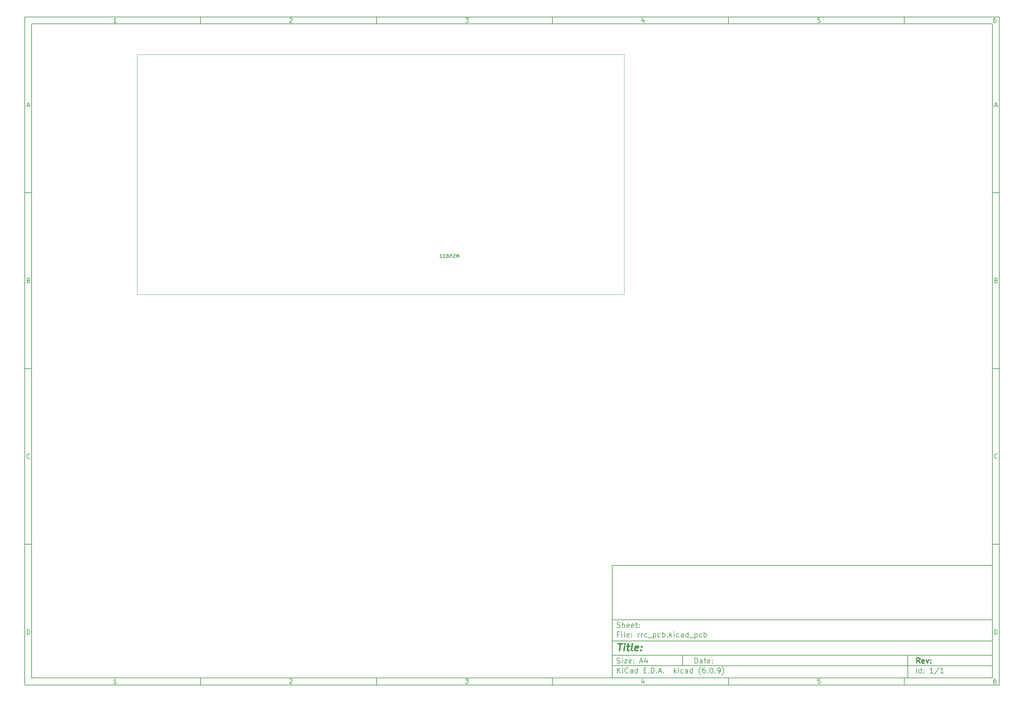
<source format=gbr>
%TF.GenerationSoftware,KiCad,Pcbnew,(6.0.9)*%
%TF.CreationDate,2023-03-05T13:30:58-05:00*%
%TF.ProjectId,rrc_pcb,7272635f-7063-4622-9e6b-696361645f70,rev?*%
%TF.SameCoordinates,Original*%
%TF.FileFunction,AssemblyDrawing,Bot*%
%FSLAX46Y46*%
G04 Gerber Fmt 4.6, Leading zero omitted, Abs format (unit mm)*
G04 Created by KiCad (PCBNEW (6.0.9)) date 2023-03-05 13:30:58*
%MOMM*%
%LPD*%
G01*
G04 APERTURE LIST*
%ADD10C,0.100000*%
%ADD11C,0.150000*%
%ADD12C,0.300000*%
%ADD13C,0.400000*%
%TA.AperFunction,Profile*%
%ADD14C,0.050000*%
%TD*%
G04 APERTURE END LIST*
D10*
D11*
X177002200Y-166007200D02*
X177002200Y-198007200D01*
X285002200Y-198007200D01*
X285002200Y-166007200D01*
X177002200Y-166007200D01*
D10*
D11*
X10000000Y-10000000D02*
X10000000Y-200007200D01*
X287002200Y-200007200D01*
X287002200Y-10000000D01*
X10000000Y-10000000D01*
D10*
D11*
X12000000Y-12000000D02*
X12000000Y-198007200D01*
X285002200Y-198007200D01*
X285002200Y-12000000D01*
X12000000Y-12000000D01*
D10*
D11*
X60000000Y-12000000D02*
X60000000Y-10000000D01*
D10*
D11*
X110000000Y-12000000D02*
X110000000Y-10000000D01*
D10*
D11*
X160000000Y-12000000D02*
X160000000Y-10000000D01*
D10*
D11*
X210000000Y-12000000D02*
X210000000Y-10000000D01*
D10*
D11*
X260000000Y-12000000D02*
X260000000Y-10000000D01*
D10*
D11*
X36065476Y-11588095D02*
X35322619Y-11588095D01*
X35694047Y-11588095D02*
X35694047Y-10288095D01*
X35570238Y-10473809D01*
X35446428Y-10597619D01*
X35322619Y-10659523D01*
D10*
D11*
X85322619Y-10411904D02*
X85384523Y-10350000D01*
X85508333Y-10288095D01*
X85817857Y-10288095D01*
X85941666Y-10350000D01*
X86003571Y-10411904D01*
X86065476Y-10535714D01*
X86065476Y-10659523D01*
X86003571Y-10845238D01*
X85260714Y-11588095D01*
X86065476Y-11588095D01*
D10*
D11*
X135260714Y-10288095D02*
X136065476Y-10288095D01*
X135632142Y-10783333D01*
X135817857Y-10783333D01*
X135941666Y-10845238D01*
X136003571Y-10907142D01*
X136065476Y-11030952D01*
X136065476Y-11340476D01*
X136003571Y-11464285D01*
X135941666Y-11526190D01*
X135817857Y-11588095D01*
X135446428Y-11588095D01*
X135322619Y-11526190D01*
X135260714Y-11464285D01*
D10*
D11*
X185941666Y-10721428D02*
X185941666Y-11588095D01*
X185632142Y-10226190D02*
X185322619Y-11154761D01*
X186127380Y-11154761D01*
D10*
D11*
X236003571Y-10288095D02*
X235384523Y-10288095D01*
X235322619Y-10907142D01*
X235384523Y-10845238D01*
X235508333Y-10783333D01*
X235817857Y-10783333D01*
X235941666Y-10845238D01*
X236003571Y-10907142D01*
X236065476Y-11030952D01*
X236065476Y-11340476D01*
X236003571Y-11464285D01*
X235941666Y-11526190D01*
X235817857Y-11588095D01*
X235508333Y-11588095D01*
X235384523Y-11526190D01*
X235322619Y-11464285D01*
D10*
D11*
X285941666Y-10288095D02*
X285694047Y-10288095D01*
X285570238Y-10350000D01*
X285508333Y-10411904D01*
X285384523Y-10597619D01*
X285322619Y-10845238D01*
X285322619Y-11340476D01*
X285384523Y-11464285D01*
X285446428Y-11526190D01*
X285570238Y-11588095D01*
X285817857Y-11588095D01*
X285941666Y-11526190D01*
X286003571Y-11464285D01*
X286065476Y-11340476D01*
X286065476Y-11030952D01*
X286003571Y-10907142D01*
X285941666Y-10845238D01*
X285817857Y-10783333D01*
X285570238Y-10783333D01*
X285446428Y-10845238D01*
X285384523Y-10907142D01*
X285322619Y-11030952D01*
D10*
D11*
X60000000Y-198007200D02*
X60000000Y-200007200D01*
D10*
D11*
X110000000Y-198007200D02*
X110000000Y-200007200D01*
D10*
D11*
X160000000Y-198007200D02*
X160000000Y-200007200D01*
D10*
D11*
X210000000Y-198007200D02*
X210000000Y-200007200D01*
D10*
D11*
X260000000Y-198007200D02*
X260000000Y-200007200D01*
D10*
D11*
X36065476Y-199595295D02*
X35322619Y-199595295D01*
X35694047Y-199595295D02*
X35694047Y-198295295D01*
X35570238Y-198481009D01*
X35446428Y-198604819D01*
X35322619Y-198666723D01*
D10*
D11*
X85322619Y-198419104D02*
X85384523Y-198357200D01*
X85508333Y-198295295D01*
X85817857Y-198295295D01*
X85941666Y-198357200D01*
X86003571Y-198419104D01*
X86065476Y-198542914D01*
X86065476Y-198666723D01*
X86003571Y-198852438D01*
X85260714Y-199595295D01*
X86065476Y-199595295D01*
D10*
D11*
X135260714Y-198295295D02*
X136065476Y-198295295D01*
X135632142Y-198790533D01*
X135817857Y-198790533D01*
X135941666Y-198852438D01*
X136003571Y-198914342D01*
X136065476Y-199038152D01*
X136065476Y-199347676D01*
X136003571Y-199471485D01*
X135941666Y-199533390D01*
X135817857Y-199595295D01*
X135446428Y-199595295D01*
X135322619Y-199533390D01*
X135260714Y-199471485D01*
D10*
D11*
X185941666Y-198728628D02*
X185941666Y-199595295D01*
X185632142Y-198233390D02*
X185322619Y-199161961D01*
X186127380Y-199161961D01*
D10*
D11*
X236003571Y-198295295D02*
X235384523Y-198295295D01*
X235322619Y-198914342D01*
X235384523Y-198852438D01*
X235508333Y-198790533D01*
X235817857Y-198790533D01*
X235941666Y-198852438D01*
X236003571Y-198914342D01*
X236065476Y-199038152D01*
X236065476Y-199347676D01*
X236003571Y-199471485D01*
X235941666Y-199533390D01*
X235817857Y-199595295D01*
X235508333Y-199595295D01*
X235384523Y-199533390D01*
X235322619Y-199471485D01*
D10*
D11*
X285941666Y-198295295D02*
X285694047Y-198295295D01*
X285570238Y-198357200D01*
X285508333Y-198419104D01*
X285384523Y-198604819D01*
X285322619Y-198852438D01*
X285322619Y-199347676D01*
X285384523Y-199471485D01*
X285446428Y-199533390D01*
X285570238Y-199595295D01*
X285817857Y-199595295D01*
X285941666Y-199533390D01*
X286003571Y-199471485D01*
X286065476Y-199347676D01*
X286065476Y-199038152D01*
X286003571Y-198914342D01*
X285941666Y-198852438D01*
X285817857Y-198790533D01*
X285570238Y-198790533D01*
X285446428Y-198852438D01*
X285384523Y-198914342D01*
X285322619Y-199038152D01*
D10*
D11*
X10000000Y-60000000D02*
X12000000Y-60000000D01*
D10*
D11*
X10000000Y-110000000D02*
X12000000Y-110000000D01*
D10*
D11*
X10000000Y-160000000D02*
X12000000Y-160000000D01*
D10*
D11*
X10690476Y-35216666D02*
X11309523Y-35216666D01*
X10566666Y-35588095D02*
X11000000Y-34288095D01*
X11433333Y-35588095D01*
D10*
D11*
X11092857Y-84907142D02*
X11278571Y-84969047D01*
X11340476Y-85030952D01*
X11402380Y-85154761D01*
X11402380Y-85340476D01*
X11340476Y-85464285D01*
X11278571Y-85526190D01*
X11154761Y-85588095D01*
X10659523Y-85588095D01*
X10659523Y-84288095D01*
X11092857Y-84288095D01*
X11216666Y-84350000D01*
X11278571Y-84411904D01*
X11340476Y-84535714D01*
X11340476Y-84659523D01*
X11278571Y-84783333D01*
X11216666Y-84845238D01*
X11092857Y-84907142D01*
X10659523Y-84907142D01*
D10*
D11*
X11402380Y-135464285D02*
X11340476Y-135526190D01*
X11154761Y-135588095D01*
X11030952Y-135588095D01*
X10845238Y-135526190D01*
X10721428Y-135402380D01*
X10659523Y-135278571D01*
X10597619Y-135030952D01*
X10597619Y-134845238D01*
X10659523Y-134597619D01*
X10721428Y-134473809D01*
X10845238Y-134350000D01*
X11030952Y-134288095D01*
X11154761Y-134288095D01*
X11340476Y-134350000D01*
X11402380Y-134411904D01*
D10*
D11*
X10659523Y-185588095D02*
X10659523Y-184288095D01*
X10969047Y-184288095D01*
X11154761Y-184350000D01*
X11278571Y-184473809D01*
X11340476Y-184597619D01*
X11402380Y-184845238D01*
X11402380Y-185030952D01*
X11340476Y-185278571D01*
X11278571Y-185402380D01*
X11154761Y-185526190D01*
X10969047Y-185588095D01*
X10659523Y-185588095D01*
D10*
D11*
X287002200Y-60000000D02*
X285002200Y-60000000D01*
D10*
D11*
X287002200Y-110000000D02*
X285002200Y-110000000D01*
D10*
D11*
X287002200Y-160000000D02*
X285002200Y-160000000D01*
D10*
D11*
X285692676Y-35216666D02*
X286311723Y-35216666D01*
X285568866Y-35588095D02*
X286002200Y-34288095D01*
X286435533Y-35588095D01*
D10*
D11*
X286095057Y-84907142D02*
X286280771Y-84969047D01*
X286342676Y-85030952D01*
X286404580Y-85154761D01*
X286404580Y-85340476D01*
X286342676Y-85464285D01*
X286280771Y-85526190D01*
X286156961Y-85588095D01*
X285661723Y-85588095D01*
X285661723Y-84288095D01*
X286095057Y-84288095D01*
X286218866Y-84350000D01*
X286280771Y-84411904D01*
X286342676Y-84535714D01*
X286342676Y-84659523D01*
X286280771Y-84783333D01*
X286218866Y-84845238D01*
X286095057Y-84907142D01*
X285661723Y-84907142D01*
D10*
D11*
X286404580Y-135464285D02*
X286342676Y-135526190D01*
X286156961Y-135588095D01*
X286033152Y-135588095D01*
X285847438Y-135526190D01*
X285723628Y-135402380D01*
X285661723Y-135278571D01*
X285599819Y-135030952D01*
X285599819Y-134845238D01*
X285661723Y-134597619D01*
X285723628Y-134473809D01*
X285847438Y-134350000D01*
X286033152Y-134288095D01*
X286156961Y-134288095D01*
X286342676Y-134350000D01*
X286404580Y-134411904D01*
D10*
D11*
X285661723Y-185588095D02*
X285661723Y-184288095D01*
X285971247Y-184288095D01*
X286156961Y-184350000D01*
X286280771Y-184473809D01*
X286342676Y-184597619D01*
X286404580Y-184845238D01*
X286404580Y-185030952D01*
X286342676Y-185278571D01*
X286280771Y-185402380D01*
X286156961Y-185526190D01*
X285971247Y-185588095D01*
X285661723Y-185588095D01*
D10*
D11*
X200434342Y-193785771D02*
X200434342Y-192285771D01*
X200791485Y-192285771D01*
X201005771Y-192357200D01*
X201148628Y-192500057D01*
X201220057Y-192642914D01*
X201291485Y-192928628D01*
X201291485Y-193142914D01*
X201220057Y-193428628D01*
X201148628Y-193571485D01*
X201005771Y-193714342D01*
X200791485Y-193785771D01*
X200434342Y-193785771D01*
X202577200Y-193785771D02*
X202577200Y-193000057D01*
X202505771Y-192857200D01*
X202362914Y-192785771D01*
X202077200Y-192785771D01*
X201934342Y-192857200D01*
X202577200Y-193714342D02*
X202434342Y-193785771D01*
X202077200Y-193785771D01*
X201934342Y-193714342D01*
X201862914Y-193571485D01*
X201862914Y-193428628D01*
X201934342Y-193285771D01*
X202077200Y-193214342D01*
X202434342Y-193214342D01*
X202577200Y-193142914D01*
X203077200Y-192785771D02*
X203648628Y-192785771D01*
X203291485Y-192285771D02*
X203291485Y-193571485D01*
X203362914Y-193714342D01*
X203505771Y-193785771D01*
X203648628Y-193785771D01*
X204720057Y-193714342D02*
X204577200Y-193785771D01*
X204291485Y-193785771D01*
X204148628Y-193714342D01*
X204077200Y-193571485D01*
X204077200Y-193000057D01*
X204148628Y-192857200D01*
X204291485Y-192785771D01*
X204577200Y-192785771D01*
X204720057Y-192857200D01*
X204791485Y-193000057D01*
X204791485Y-193142914D01*
X204077200Y-193285771D01*
X205434342Y-193642914D02*
X205505771Y-193714342D01*
X205434342Y-193785771D01*
X205362914Y-193714342D01*
X205434342Y-193642914D01*
X205434342Y-193785771D01*
X205434342Y-192857200D02*
X205505771Y-192928628D01*
X205434342Y-193000057D01*
X205362914Y-192928628D01*
X205434342Y-192857200D01*
X205434342Y-193000057D01*
D10*
D11*
X177002200Y-194507200D02*
X285002200Y-194507200D01*
D10*
D11*
X178434342Y-196585771D02*
X178434342Y-195085771D01*
X179291485Y-196585771D02*
X178648628Y-195728628D01*
X179291485Y-195085771D02*
X178434342Y-195942914D01*
X179934342Y-196585771D02*
X179934342Y-195585771D01*
X179934342Y-195085771D02*
X179862914Y-195157200D01*
X179934342Y-195228628D01*
X180005771Y-195157200D01*
X179934342Y-195085771D01*
X179934342Y-195228628D01*
X181505771Y-196442914D02*
X181434342Y-196514342D01*
X181220057Y-196585771D01*
X181077200Y-196585771D01*
X180862914Y-196514342D01*
X180720057Y-196371485D01*
X180648628Y-196228628D01*
X180577200Y-195942914D01*
X180577200Y-195728628D01*
X180648628Y-195442914D01*
X180720057Y-195300057D01*
X180862914Y-195157200D01*
X181077200Y-195085771D01*
X181220057Y-195085771D01*
X181434342Y-195157200D01*
X181505771Y-195228628D01*
X182791485Y-196585771D02*
X182791485Y-195800057D01*
X182720057Y-195657200D01*
X182577200Y-195585771D01*
X182291485Y-195585771D01*
X182148628Y-195657200D01*
X182791485Y-196514342D02*
X182648628Y-196585771D01*
X182291485Y-196585771D01*
X182148628Y-196514342D01*
X182077200Y-196371485D01*
X182077200Y-196228628D01*
X182148628Y-196085771D01*
X182291485Y-196014342D01*
X182648628Y-196014342D01*
X182791485Y-195942914D01*
X184148628Y-196585771D02*
X184148628Y-195085771D01*
X184148628Y-196514342D02*
X184005771Y-196585771D01*
X183720057Y-196585771D01*
X183577200Y-196514342D01*
X183505771Y-196442914D01*
X183434342Y-196300057D01*
X183434342Y-195871485D01*
X183505771Y-195728628D01*
X183577200Y-195657200D01*
X183720057Y-195585771D01*
X184005771Y-195585771D01*
X184148628Y-195657200D01*
X186005771Y-195800057D02*
X186505771Y-195800057D01*
X186720057Y-196585771D02*
X186005771Y-196585771D01*
X186005771Y-195085771D01*
X186720057Y-195085771D01*
X187362914Y-196442914D02*
X187434342Y-196514342D01*
X187362914Y-196585771D01*
X187291485Y-196514342D01*
X187362914Y-196442914D01*
X187362914Y-196585771D01*
X188077200Y-196585771D02*
X188077200Y-195085771D01*
X188434342Y-195085771D01*
X188648628Y-195157200D01*
X188791485Y-195300057D01*
X188862914Y-195442914D01*
X188934342Y-195728628D01*
X188934342Y-195942914D01*
X188862914Y-196228628D01*
X188791485Y-196371485D01*
X188648628Y-196514342D01*
X188434342Y-196585771D01*
X188077200Y-196585771D01*
X189577200Y-196442914D02*
X189648628Y-196514342D01*
X189577200Y-196585771D01*
X189505771Y-196514342D01*
X189577200Y-196442914D01*
X189577200Y-196585771D01*
X190220057Y-196157200D02*
X190934342Y-196157200D01*
X190077200Y-196585771D02*
X190577200Y-195085771D01*
X191077200Y-196585771D01*
X191577200Y-196442914D02*
X191648628Y-196514342D01*
X191577200Y-196585771D01*
X191505771Y-196514342D01*
X191577200Y-196442914D01*
X191577200Y-196585771D01*
X194577200Y-196585771D02*
X194577200Y-195085771D01*
X194720057Y-196014342D02*
X195148628Y-196585771D01*
X195148628Y-195585771D02*
X194577200Y-196157200D01*
X195791485Y-196585771D02*
X195791485Y-195585771D01*
X195791485Y-195085771D02*
X195720057Y-195157200D01*
X195791485Y-195228628D01*
X195862914Y-195157200D01*
X195791485Y-195085771D01*
X195791485Y-195228628D01*
X197148628Y-196514342D02*
X197005771Y-196585771D01*
X196720057Y-196585771D01*
X196577200Y-196514342D01*
X196505771Y-196442914D01*
X196434342Y-196300057D01*
X196434342Y-195871485D01*
X196505771Y-195728628D01*
X196577200Y-195657200D01*
X196720057Y-195585771D01*
X197005771Y-195585771D01*
X197148628Y-195657200D01*
X198434342Y-196585771D02*
X198434342Y-195800057D01*
X198362914Y-195657200D01*
X198220057Y-195585771D01*
X197934342Y-195585771D01*
X197791485Y-195657200D01*
X198434342Y-196514342D02*
X198291485Y-196585771D01*
X197934342Y-196585771D01*
X197791485Y-196514342D01*
X197720057Y-196371485D01*
X197720057Y-196228628D01*
X197791485Y-196085771D01*
X197934342Y-196014342D01*
X198291485Y-196014342D01*
X198434342Y-195942914D01*
X199791485Y-196585771D02*
X199791485Y-195085771D01*
X199791485Y-196514342D02*
X199648628Y-196585771D01*
X199362914Y-196585771D01*
X199220057Y-196514342D01*
X199148628Y-196442914D01*
X199077200Y-196300057D01*
X199077200Y-195871485D01*
X199148628Y-195728628D01*
X199220057Y-195657200D01*
X199362914Y-195585771D01*
X199648628Y-195585771D01*
X199791485Y-195657200D01*
X202077200Y-197157200D02*
X202005771Y-197085771D01*
X201862914Y-196871485D01*
X201791485Y-196728628D01*
X201720057Y-196514342D01*
X201648628Y-196157200D01*
X201648628Y-195871485D01*
X201720057Y-195514342D01*
X201791485Y-195300057D01*
X201862914Y-195157200D01*
X202005771Y-194942914D01*
X202077200Y-194871485D01*
X203291485Y-195085771D02*
X203005771Y-195085771D01*
X202862914Y-195157200D01*
X202791485Y-195228628D01*
X202648628Y-195442914D01*
X202577200Y-195728628D01*
X202577200Y-196300057D01*
X202648628Y-196442914D01*
X202720057Y-196514342D01*
X202862914Y-196585771D01*
X203148628Y-196585771D01*
X203291485Y-196514342D01*
X203362914Y-196442914D01*
X203434342Y-196300057D01*
X203434342Y-195942914D01*
X203362914Y-195800057D01*
X203291485Y-195728628D01*
X203148628Y-195657200D01*
X202862914Y-195657200D01*
X202720057Y-195728628D01*
X202648628Y-195800057D01*
X202577200Y-195942914D01*
X204077200Y-196442914D02*
X204148628Y-196514342D01*
X204077200Y-196585771D01*
X204005771Y-196514342D01*
X204077200Y-196442914D01*
X204077200Y-196585771D01*
X205077200Y-195085771D02*
X205220057Y-195085771D01*
X205362914Y-195157200D01*
X205434342Y-195228628D01*
X205505771Y-195371485D01*
X205577200Y-195657200D01*
X205577200Y-196014342D01*
X205505771Y-196300057D01*
X205434342Y-196442914D01*
X205362914Y-196514342D01*
X205220057Y-196585771D01*
X205077200Y-196585771D01*
X204934342Y-196514342D01*
X204862914Y-196442914D01*
X204791485Y-196300057D01*
X204720057Y-196014342D01*
X204720057Y-195657200D01*
X204791485Y-195371485D01*
X204862914Y-195228628D01*
X204934342Y-195157200D01*
X205077200Y-195085771D01*
X206220057Y-196442914D02*
X206291485Y-196514342D01*
X206220057Y-196585771D01*
X206148628Y-196514342D01*
X206220057Y-196442914D01*
X206220057Y-196585771D01*
X207005771Y-196585771D02*
X207291485Y-196585771D01*
X207434342Y-196514342D01*
X207505771Y-196442914D01*
X207648628Y-196228628D01*
X207720057Y-195942914D01*
X207720057Y-195371485D01*
X207648628Y-195228628D01*
X207577200Y-195157200D01*
X207434342Y-195085771D01*
X207148628Y-195085771D01*
X207005771Y-195157200D01*
X206934342Y-195228628D01*
X206862914Y-195371485D01*
X206862914Y-195728628D01*
X206934342Y-195871485D01*
X207005771Y-195942914D01*
X207148628Y-196014342D01*
X207434342Y-196014342D01*
X207577200Y-195942914D01*
X207648628Y-195871485D01*
X207720057Y-195728628D01*
X208220057Y-197157200D02*
X208291485Y-197085771D01*
X208434342Y-196871485D01*
X208505771Y-196728628D01*
X208577200Y-196514342D01*
X208648628Y-196157200D01*
X208648628Y-195871485D01*
X208577200Y-195514342D01*
X208505771Y-195300057D01*
X208434342Y-195157200D01*
X208291485Y-194942914D01*
X208220057Y-194871485D01*
D10*
D11*
X177002200Y-191507200D02*
X285002200Y-191507200D01*
D10*
D12*
X264411485Y-193785771D02*
X263911485Y-193071485D01*
X263554342Y-193785771D02*
X263554342Y-192285771D01*
X264125771Y-192285771D01*
X264268628Y-192357200D01*
X264340057Y-192428628D01*
X264411485Y-192571485D01*
X264411485Y-192785771D01*
X264340057Y-192928628D01*
X264268628Y-193000057D01*
X264125771Y-193071485D01*
X263554342Y-193071485D01*
X265625771Y-193714342D02*
X265482914Y-193785771D01*
X265197200Y-193785771D01*
X265054342Y-193714342D01*
X264982914Y-193571485D01*
X264982914Y-193000057D01*
X265054342Y-192857200D01*
X265197200Y-192785771D01*
X265482914Y-192785771D01*
X265625771Y-192857200D01*
X265697200Y-193000057D01*
X265697200Y-193142914D01*
X264982914Y-193285771D01*
X266197200Y-192785771D02*
X266554342Y-193785771D01*
X266911485Y-192785771D01*
X267482914Y-193642914D02*
X267554342Y-193714342D01*
X267482914Y-193785771D01*
X267411485Y-193714342D01*
X267482914Y-193642914D01*
X267482914Y-193785771D01*
X267482914Y-192857200D02*
X267554342Y-192928628D01*
X267482914Y-193000057D01*
X267411485Y-192928628D01*
X267482914Y-192857200D01*
X267482914Y-193000057D01*
D10*
D11*
X178362914Y-193714342D02*
X178577200Y-193785771D01*
X178934342Y-193785771D01*
X179077200Y-193714342D01*
X179148628Y-193642914D01*
X179220057Y-193500057D01*
X179220057Y-193357200D01*
X179148628Y-193214342D01*
X179077200Y-193142914D01*
X178934342Y-193071485D01*
X178648628Y-193000057D01*
X178505771Y-192928628D01*
X178434342Y-192857200D01*
X178362914Y-192714342D01*
X178362914Y-192571485D01*
X178434342Y-192428628D01*
X178505771Y-192357200D01*
X178648628Y-192285771D01*
X179005771Y-192285771D01*
X179220057Y-192357200D01*
X179862914Y-193785771D02*
X179862914Y-192785771D01*
X179862914Y-192285771D02*
X179791485Y-192357200D01*
X179862914Y-192428628D01*
X179934342Y-192357200D01*
X179862914Y-192285771D01*
X179862914Y-192428628D01*
X180434342Y-192785771D02*
X181220057Y-192785771D01*
X180434342Y-193785771D01*
X181220057Y-193785771D01*
X182362914Y-193714342D02*
X182220057Y-193785771D01*
X181934342Y-193785771D01*
X181791485Y-193714342D01*
X181720057Y-193571485D01*
X181720057Y-193000057D01*
X181791485Y-192857200D01*
X181934342Y-192785771D01*
X182220057Y-192785771D01*
X182362914Y-192857200D01*
X182434342Y-193000057D01*
X182434342Y-193142914D01*
X181720057Y-193285771D01*
X183077200Y-193642914D02*
X183148628Y-193714342D01*
X183077200Y-193785771D01*
X183005771Y-193714342D01*
X183077200Y-193642914D01*
X183077200Y-193785771D01*
X183077200Y-192857200D02*
X183148628Y-192928628D01*
X183077200Y-193000057D01*
X183005771Y-192928628D01*
X183077200Y-192857200D01*
X183077200Y-193000057D01*
X184862914Y-193357200D02*
X185577200Y-193357200D01*
X184720057Y-193785771D02*
X185220057Y-192285771D01*
X185720057Y-193785771D01*
X186862914Y-192785771D02*
X186862914Y-193785771D01*
X186505771Y-192214342D02*
X186148628Y-193285771D01*
X187077200Y-193285771D01*
D10*
D11*
X263434342Y-196585771D02*
X263434342Y-195085771D01*
X264791485Y-196585771D02*
X264791485Y-195085771D01*
X264791485Y-196514342D02*
X264648628Y-196585771D01*
X264362914Y-196585771D01*
X264220057Y-196514342D01*
X264148628Y-196442914D01*
X264077200Y-196300057D01*
X264077200Y-195871485D01*
X264148628Y-195728628D01*
X264220057Y-195657200D01*
X264362914Y-195585771D01*
X264648628Y-195585771D01*
X264791485Y-195657200D01*
X265505771Y-196442914D02*
X265577200Y-196514342D01*
X265505771Y-196585771D01*
X265434342Y-196514342D01*
X265505771Y-196442914D01*
X265505771Y-196585771D01*
X265505771Y-195657200D02*
X265577200Y-195728628D01*
X265505771Y-195800057D01*
X265434342Y-195728628D01*
X265505771Y-195657200D01*
X265505771Y-195800057D01*
X268148628Y-196585771D02*
X267291485Y-196585771D01*
X267720057Y-196585771D02*
X267720057Y-195085771D01*
X267577200Y-195300057D01*
X267434342Y-195442914D01*
X267291485Y-195514342D01*
X269862914Y-195014342D02*
X268577200Y-196942914D01*
X271148628Y-196585771D02*
X270291485Y-196585771D01*
X270720057Y-196585771D02*
X270720057Y-195085771D01*
X270577200Y-195300057D01*
X270434342Y-195442914D01*
X270291485Y-195514342D01*
D10*
D11*
X177002200Y-187507200D02*
X285002200Y-187507200D01*
D10*
D13*
X178714580Y-188211961D02*
X179857438Y-188211961D01*
X179036009Y-190211961D02*
X179286009Y-188211961D01*
X180274104Y-190211961D02*
X180440771Y-188878628D01*
X180524104Y-188211961D02*
X180416961Y-188307200D01*
X180500295Y-188402438D01*
X180607438Y-188307200D01*
X180524104Y-188211961D01*
X180500295Y-188402438D01*
X181107438Y-188878628D02*
X181869342Y-188878628D01*
X181476485Y-188211961D02*
X181262200Y-189926247D01*
X181333628Y-190116723D01*
X181512200Y-190211961D01*
X181702676Y-190211961D01*
X182655057Y-190211961D02*
X182476485Y-190116723D01*
X182405057Y-189926247D01*
X182619342Y-188211961D01*
X184190771Y-190116723D02*
X183988390Y-190211961D01*
X183607438Y-190211961D01*
X183428866Y-190116723D01*
X183357438Y-189926247D01*
X183452676Y-189164342D01*
X183571723Y-188973866D01*
X183774104Y-188878628D01*
X184155057Y-188878628D01*
X184333628Y-188973866D01*
X184405057Y-189164342D01*
X184381247Y-189354819D01*
X183405057Y-189545295D01*
X185155057Y-190021485D02*
X185238390Y-190116723D01*
X185131247Y-190211961D01*
X185047914Y-190116723D01*
X185155057Y-190021485D01*
X185131247Y-190211961D01*
X185286009Y-188973866D02*
X185369342Y-189069104D01*
X185262200Y-189164342D01*
X185178866Y-189069104D01*
X185286009Y-188973866D01*
X185262200Y-189164342D01*
D10*
D11*
X178934342Y-185600057D02*
X178434342Y-185600057D01*
X178434342Y-186385771D02*
X178434342Y-184885771D01*
X179148628Y-184885771D01*
X179720057Y-186385771D02*
X179720057Y-185385771D01*
X179720057Y-184885771D02*
X179648628Y-184957200D01*
X179720057Y-185028628D01*
X179791485Y-184957200D01*
X179720057Y-184885771D01*
X179720057Y-185028628D01*
X180648628Y-186385771D02*
X180505771Y-186314342D01*
X180434342Y-186171485D01*
X180434342Y-184885771D01*
X181791485Y-186314342D02*
X181648628Y-186385771D01*
X181362914Y-186385771D01*
X181220057Y-186314342D01*
X181148628Y-186171485D01*
X181148628Y-185600057D01*
X181220057Y-185457200D01*
X181362914Y-185385771D01*
X181648628Y-185385771D01*
X181791485Y-185457200D01*
X181862914Y-185600057D01*
X181862914Y-185742914D01*
X181148628Y-185885771D01*
X182505771Y-186242914D02*
X182577200Y-186314342D01*
X182505771Y-186385771D01*
X182434342Y-186314342D01*
X182505771Y-186242914D01*
X182505771Y-186385771D01*
X182505771Y-185457200D02*
X182577200Y-185528628D01*
X182505771Y-185600057D01*
X182434342Y-185528628D01*
X182505771Y-185457200D01*
X182505771Y-185600057D01*
X184362914Y-186385771D02*
X184362914Y-185385771D01*
X184362914Y-185671485D02*
X184434342Y-185528628D01*
X184505771Y-185457200D01*
X184648628Y-185385771D01*
X184791485Y-185385771D01*
X185291485Y-186385771D02*
X185291485Y-185385771D01*
X185291485Y-185671485D02*
X185362914Y-185528628D01*
X185434342Y-185457200D01*
X185577200Y-185385771D01*
X185720057Y-185385771D01*
X186862914Y-186314342D02*
X186720057Y-186385771D01*
X186434342Y-186385771D01*
X186291485Y-186314342D01*
X186220057Y-186242914D01*
X186148628Y-186100057D01*
X186148628Y-185671485D01*
X186220057Y-185528628D01*
X186291485Y-185457200D01*
X186434342Y-185385771D01*
X186720057Y-185385771D01*
X186862914Y-185457200D01*
X187148628Y-186528628D02*
X188291485Y-186528628D01*
X188648628Y-185385771D02*
X188648628Y-186885771D01*
X188648628Y-185457200D02*
X188791485Y-185385771D01*
X189077200Y-185385771D01*
X189220057Y-185457200D01*
X189291485Y-185528628D01*
X189362914Y-185671485D01*
X189362914Y-186100057D01*
X189291485Y-186242914D01*
X189220057Y-186314342D01*
X189077200Y-186385771D01*
X188791485Y-186385771D01*
X188648628Y-186314342D01*
X190648628Y-186314342D02*
X190505771Y-186385771D01*
X190220057Y-186385771D01*
X190077200Y-186314342D01*
X190005771Y-186242914D01*
X189934342Y-186100057D01*
X189934342Y-185671485D01*
X190005771Y-185528628D01*
X190077200Y-185457200D01*
X190220057Y-185385771D01*
X190505771Y-185385771D01*
X190648628Y-185457200D01*
X191291485Y-186385771D02*
X191291485Y-184885771D01*
X191291485Y-185457200D02*
X191434342Y-185385771D01*
X191720057Y-185385771D01*
X191862914Y-185457200D01*
X191934342Y-185528628D01*
X192005771Y-185671485D01*
X192005771Y-186100057D01*
X191934342Y-186242914D01*
X191862914Y-186314342D01*
X191720057Y-186385771D01*
X191434342Y-186385771D01*
X191291485Y-186314342D01*
X192648628Y-186242914D02*
X192720057Y-186314342D01*
X192648628Y-186385771D01*
X192577200Y-186314342D01*
X192648628Y-186242914D01*
X192648628Y-186385771D01*
X193362914Y-186385771D02*
X193362914Y-184885771D01*
X193505771Y-185814342D02*
X193934342Y-186385771D01*
X193934342Y-185385771D02*
X193362914Y-185957200D01*
X194577200Y-186385771D02*
X194577200Y-185385771D01*
X194577200Y-184885771D02*
X194505771Y-184957200D01*
X194577200Y-185028628D01*
X194648628Y-184957200D01*
X194577200Y-184885771D01*
X194577200Y-185028628D01*
X195934342Y-186314342D02*
X195791485Y-186385771D01*
X195505771Y-186385771D01*
X195362914Y-186314342D01*
X195291485Y-186242914D01*
X195220057Y-186100057D01*
X195220057Y-185671485D01*
X195291485Y-185528628D01*
X195362914Y-185457200D01*
X195505771Y-185385771D01*
X195791485Y-185385771D01*
X195934342Y-185457200D01*
X197220057Y-186385771D02*
X197220057Y-185600057D01*
X197148628Y-185457200D01*
X197005771Y-185385771D01*
X196720057Y-185385771D01*
X196577200Y-185457200D01*
X197220057Y-186314342D02*
X197077200Y-186385771D01*
X196720057Y-186385771D01*
X196577200Y-186314342D01*
X196505771Y-186171485D01*
X196505771Y-186028628D01*
X196577200Y-185885771D01*
X196720057Y-185814342D01*
X197077200Y-185814342D01*
X197220057Y-185742914D01*
X198577200Y-186385771D02*
X198577200Y-184885771D01*
X198577200Y-186314342D02*
X198434342Y-186385771D01*
X198148628Y-186385771D01*
X198005771Y-186314342D01*
X197934342Y-186242914D01*
X197862914Y-186100057D01*
X197862914Y-185671485D01*
X197934342Y-185528628D01*
X198005771Y-185457200D01*
X198148628Y-185385771D01*
X198434342Y-185385771D01*
X198577200Y-185457200D01*
X198934342Y-186528628D02*
X200077200Y-186528628D01*
X200434342Y-185385771D02*
X200434342Y-186885771D01*
X200434342Y-185457200D02*
X200577200Y-185385771D01*
X200862914Y-185385771D01*
X201005771Y-185457200D01*
X201077200Y-185528628D01*
X201148628Y-185671485D01*
X201148628Y-186100057D01*
X201077200Y-186242914D01*
X201005771Y-186314342D01*
X200862914Y-186385771D01*
X200577200Y-186385771D01*
X200434342Y-186314342D01*
X202434342Y-186314342D02*
X202291485Y-186385771D01*
X202005771Y-186385771D01*
X201862914Y-186314342D01*
X201791485Y-186242914D01*
X201720057Y-186100057D01*
X201720057Y-185671485D01*
X201791485Y-185528628D01*
X201862914Y-185457200D01*
X202005771Y-185385771D01*
X202291485Y-185385771D01*
X202434342Y-185457200D01*
X203077200Y-186385771D02*
X203077200Y-184885771D01*
X203077200Y-185457200D02*
X203220057Y-185385771D01*
X203505771Y-185385771D01*
X203648628Y-185457200D01*
X203720057Y-185528628D01*
X203791485Y-185671485D01*
X203791485Y-186100057D01*
X203720057Y-186242914D01*
X203648628Y-186314342D01*
X203505771Y-186385771D01*
X203220057Y-186385771D01*
X203077200Y-186314342D01*
D10*
D11*
X177002200Y-181507200D02*
X285002200Y-181507200D01*
D10*
D11*
X178362914Y-183614342D02*
X178577200Y-183685771D01*
X178934342Y-183685771D01*
X179077200Y-183614342D01*
X179148628Y-183542914D01*
X179220057Y-183400057D01*
X179220057Y-183257200D01*
X179148628Y-183114342D01*
X179077200Y-183042914D01*
X178934342Y-182971485D01*
X178648628Y-182900057D01*
X178505771Y-182828628D01*
X178434342Y-182757200D01*
X178362914Y-182614342D01*
X178362914Y-182471485D01*
X178434342Y-182328628D01*
X178505771Y-182257200D01*
X178648628Y-182185771D01*
X179005771Y-182185771D01*
X179220057Y-182257200D01*
X179862914Y-183685771D02*
X179862914Y-182185771D01*
X180505771Y-183685771D02*
X180505771Y-182900057D01*
X180434342Y-182757200D01*
X180291485Y-182685771D01*
X180077200Y-182685771D01*
X179934342Y-182757200D01*
X179862914Y-182828628D01*
X181791485Y-183614342D02*
X181648628Y-183685771D01*
X181362914Y-183685771D01*
X181220057Y-183614342D01*
X181148628Y-183471485D01*
X181148628Y-182900057D01*
X181220057Y-182757200D01*
X181362914Y-182685771D01*
X181648628Y-182685771D01*
X181791485Y-182757200D01*
X181862914Y-182900057D01*
X181862914Y-183042914D01*
X181148628Y-183185771D01*
X183077200Y-183614342D02*
X182934342Y-183685771D01*
X182648628Y-183685771D01*
X182505771Y-183614342D01*
X182434342Y-183471485D01*
X182434342Y-182900057D01*
X182505771Y-182757200D01*
X182648628Y-182685771D01*
X182934342Y-182685771D01*
X183077200Y-182757200D01*
X183148628Y-182900057D01*
X183148628Y-183042914D01*
X182434342Y-183185771D01*
X183577200Y-182685771D02*
X184148628Y-182685771D01*
X183791485Y-182185771D02*
X183791485Y-183471485D01*
X183862914Y-183614342D01*
X184005771Y-183685771D01*
X184148628Y-183685771D01*
X184648628Y-183542914D02*
X184720057Y-183614342D01*
X184648628Y-183685771D01*
X184577200Y-183614342D01*
X184648628Y-183542914D01*
X184648628Y-183685771D01*
X184648628Y-182757200D02*
X184720057Y-182828628D01*
X184648628Y-182900057D01*
X184577200Y-182828628D01*
X184648628Y-182757200D01*
X184648628Y-182900057D01*
D10*
D12*
D10*
D11*
D10*
D11*
D10*
D11*
D10*
D11*
D10*
D11*
X197002200Y-191507200D02*
X197002200Y-194507200D01*
D10*
D11*
X261002200Y-191507200D02*
X261002200Y-198007200D01*
D14*
X41910000Y-20656715D02*
X180340000Y-20656715D01*
X180340000Y-20656715D02*
X180340000Y-88900000D01*
X180340000Y-88900000D02*
X41910000Y-88900000D01*
X41910000Y-88900000D02*
X41910000Y-20656715D01*
D11*
%TO.C,U5*%
X133419700Y-78461012D02*
X133419700Y-77461012D01*
X133086367Y-78175298D01*
X132753034Y-77461012D01*
X132753034Y-78461012D01*
X132324462Y-78413393D02*
X132181605Y-78461012D01*
X131943510Y-78461012D01*
X131848272Y-78413393D01*
X131800653Y-78365774D01*
X131753034Y-78270536D01*
X131753034Y-78175298D01*
X131800653Y-78080060D01*
X131848272Y-78032441D01*
X131943510Y-77984822D01*
X132133986Y-77937203D01*
X132229224Y-77889584D01*
X132276843Y-77841965D01*
X132324462Y-77746727D01*
X132324462Y-77651489D01*
X132276843Y-77556251D01*
X132229224Y-77508632D01*
X132133986Y-77461012D01*
X131895891Y-77461012D01*
X131753034Y-77508632D01*
X130848272Y-77461012D02*
X131324462Y-77461012D01*
X131372081Y-77937203D01*
X131324462Y-77889584D01*
X131229224Y-77841965D01*
X130991129Y-77841965D01*
X130895891Y-77889584D01*
X130848272Y-77937203D01*
X130800653Y-78032441D01*
X130800653Y-78270536D01*
X130848272Y-78365774D01*
X130895891Y-78413393D01*
X130991129Y-78461012D01*
X131229224Y-78461012D01*
X131324462Y-78413393D01*
X131372081Y-78365774D01*
X129943510Y-77461012D02*
X130133986Y-77461012D01*
X130229224Y-77508632D01*
X130276843Y-77556251D01*
X130372081Y-77699108D01*
X130419700Y-77889584D01*
X130419700Y-78270536D01*
X130372081Y-78365774D01*
X130324462Y-78413393D01*
X130229224Y-78461012D01*
X130038748Y-78461012D01*
X129943510Y-78413393D01*
X129895891Y-78365774D01*
X129848272Y-78270536D01*
X129848272Y-78032441D01*
X129895891Y-77937203D01*
X129943510Y-77889584D01*
X130038748Y-77841965D01*
X130229224Y-77841965D01*
X130324462Y-77889584D01*
X130372081Y-77937203D01*
X130419700Y-78032441D01*
X128895891Y-78461012D02*
X129467319Y-78461012D01*
X129181605Y-78461012D02*
X129181605Y-77461012D01*
X129276843Y-77603870D01*
X129372081Y-77699108D01*
X129467319Y-77746727D01*
X127943510Y-78461012D02*
X128514938Y-78461012D01*
X128229224Y-78461012D02*
X128229224Y-77461012D01*
X128324462Y-77603870D01*
X128419700Y-77699108D01*
X128514938Y-77746727D01*
%TD*%
M02*

</source>
